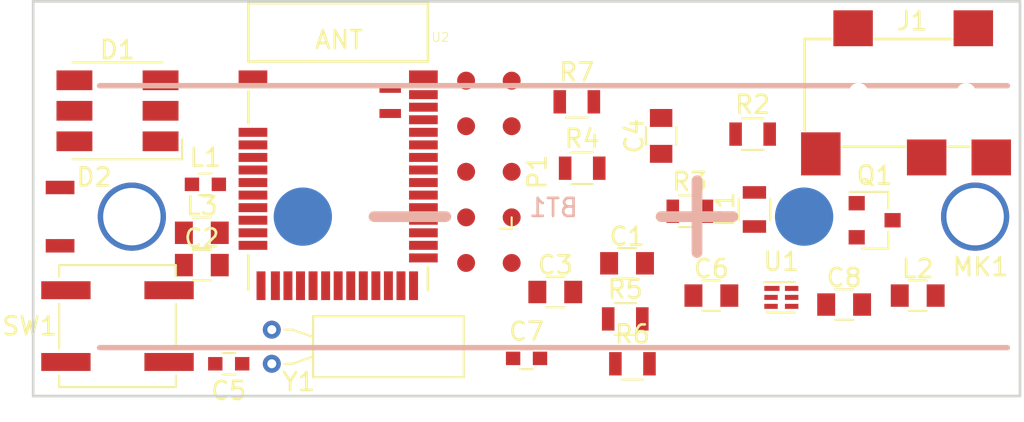
<source format=kicad_pcb>
(kicad_pcb (version 20170922) (host pcbnew no-vcs-found-e5c4cfc~61~ubuntu16.04.1)

  (general
    (thickness 1.6)
    (drawings 4)
    (tracks 0)
    (zones 0)
    (modules 29)
    (nets 48)
  )

  (page A4)
  (layers
    (0 F.Cu signal)
    (31 B.Cu signal)
    (32 B.Adhes user)
    (33 F.Adhes user)
    (34 B.Paste user)
    (35 F.Paste user)
    (36 B.SilkS user)
    (37 F.SilkS user)
    (38 B.Mask user)
    (39 F.Mask user)
    (40 Dwgs.User user)
    (41 Cmts.User user)
    (42 Eco1.User user)
    (43 Eco2.User user)
    (44 Edge.Cuts user)
    (45 Margin user)
    (46 B.CrtYd user)
    (47 F.CrtYd user)
    (48 B.Fab user)
    (49 F.Fab user hide)
  )

  (setup
    (last_trace_width 0.2)
    (trace_clearance 0.2)
    (zone_clearance 0.508)
    (zone_45_only no)
    (trace_min 0.2)
    (segment_width 0.2)
    (edge_width 0.15)
    (via_size 0.65)
    (via_drill 0.25)
    (via_min_size 0.65)
    (via_min_drill 0.25)
    (uvia_size 0.3)
    (uvia_drill 0.1)
    (uvias_allowed no)
    (uvia_min_size 0.2)
    (uvia_min_drill 0.1)
    (pcb_text_width 0.3)
    (pcb_text_size 1.5 1.5)
    (mod_edge_width 0.15)
    (mod_text_size 1 1)
    (mod_text_width 0.15)
    (pad_size 1.524 1.524)
    (pad_drill 0.762)
    (pad_to_mask_clearance 0.2)
    (aux_axis_origin 0 0)
    (visible_elements FFFFFF7F)
    (pcbplotparams
      (layerselection 0x010fc_ffffffff)
      (usegerberextensions false)
      (usegerberattributes true)
      (usegerberadvancedattributes true)
      (creategerberjobfile true)
      (excludeedgelayer true)
      (linewidth 0.100000)
      (plotframeref false)
      (viasonmask false)
      (mode 1)
      (useauxorigin false)
      (hpglpennumber 1)
      (hpglpenspeed 20)
      (hpglpendiameter 15)
      (psnegative false)
      (psa4output false)
      (plotreference true)
      (plotvalue true)
      (plotinvisibletext false)
      (padsonsilk false)
      (subtractmaskfromsilk false)
      (outputformat 1)
      (mirror false)
      (drillshape 1)
      (scaleselection 1)
      (outputdirectory ""))
  )

  (net 0 "")
  (net 1 GND)
  (net 2 /DEC4)
  (net 3 /VBAT)
  (net 4 "Net-(C3-Pad1)")
  (net 5 VDD)
  (net 6 /LFCLK_XL1)
  (net 7 /LFCLK_XL2)
  (net 8 /LED_SENSE)
  (net 9 "Net-(D1-Pad6)")
  (net 10 "Net-(L1-Pad2)")
  (net 11 "Net-(L3-Pad2)")
  (net 12 /REG_MODE)
  (net 13 /BUTTON)
  (net 14 /TX)
  (net 15 /RX)
  (net 16 /SWDIO)
  (net 17 /SWDCLK)
  (net 18 /RESET)
  (net 19 /GPIO1)
  (net 20 /GPIO2)
  (net 21 "Net-(D2-Pad2)")
  (net 22 /LED_RED)
  (net 23 /LED_GREEN)
  (net 24 /LED_BLUE)
  (net 25 "Net-(BT1-Pad1)")
  (net 26 /FOCUS)
  (net 27 /TRIGGER)
  (net 28 /DCC)
  (net 29 "Net-(D2-Pad1)")
  (net 30 /JACK_DETECT)
  (net 31 "Net-(U2-Pad41)")
  (net 32 "Net-(U2-Pad40)")
  (net 33 "Net-(U2-Pad38)")
  (net 34 "Net-(U2-Pad33)")
  (net 35 "Net-(U2-Pad30)")
  (net 36 "Net-(U2-Pad29)")
  (net 37 "Net-(U2-Pad28)")
  (net 38 "Net-(U2-Pad23)")
  (net 39 "Net-(U2-Pad15)")
  (net 40 "Net-(U2-Pad8)")
  (net 41 "Net-(U2-Pad7)")
  (net 42 "Net-(U2-Pad6)")
  (net 43 "Net-(U2-Pad4)")
  (net 44 "Net-(U2-Pad2)")
  (net 45 "Net-(U1-Pad5)")
  (net 46 "Net-(J1-Pad4)")
  (net 47 "Net-(D1-Pad5)")

  (net_class Default "This is the default net class."
    (clearance 0.2)
    (trace_width 0.2)
    (via_dia 0.65)
    (via_drill 0.25)
    (uvia_dia 0.3)
    (uvia_drill 0.1)
    (add_net /BUTTON)
    (add_net /DCC)
    (add_net /DEC4)
    (add_net /FOCUS)
    (add_net /GPIO1)
    (add_net /GPIO2)
    (add_net /JACK_DETECT)
    (add_net /LED_BLUE)
    (add_net /LED_GREEN)
    (add_net /LED_RED)
    (add_net /LED_SENSE)
    (add_net /LFCLK_XL1)
    (add_net /LFCLK_XL2)
    (add_net /REG_MODE)
    (add_net /RESET)
    (add_net /RX)
    (add_net /SWDCLK)
    (add_net /SWDIO)
    (add_net /TRIGGER)
    (add_net /TX)
    (add_net /VBAT)
    (add_net GND)
    (add_net "Net-(BT1-Pad1)")
    (add_net "Net-(C3-Pad1)")
    (add_net "Net-(D1-Pad5)")
    (add_net "Net-(D1-Pad6)")
    (add_net "Net-(D2-Pad1)")
    (add_net "Net-(D2-Pad2)")
    (add_net "Net-(J1-Pad4)")
    (add_net "Net-(L1-Pad2)")
    (add_net "Net-(L3-Pad2)")
    (add_net "Net-(U1-Pad5)")
    (add_net "Net-(U2-Pad15)")
    (add_net "Net-(U2-Pad2)")
    (add_net "Net-(U2-Pad23)")
    (add_net "Net-(U2-Pad28)")
    (add_net "Net-(U2-Pad29)")
    (add_net "Net-(U2-Pad30)")
    (add_net "Net-(U2-Pad33)")
    (add_net "Net-(U2-Pad38)")
    (add_net "Net-(U2-Pad4)")
    (add_net "Net-(U2-Pad40)")
    (add_net "Net-(U2-Pad41)")
    (add_net "Net-(U2-Pad6)")
    (add_net "Net-(U2-Pad7)")
    (add_net "Net-(U2-Pad8)")
    (add_net VDD)
  )

  (module Buttons_Switches_SMD:SW_SPST_B3SL-1002P (layer F.Cu) (tedit 59FB47A0) (tstamp 5A053732)
    (at 75.7 106.1 180)
    (descr "Middle Stroke Tactile Switch, B3SL")
    (tags "Middle Stroke Tactile Switch")
    (path /59F321EA)
    (attr smd)
    (fp_text reference SW1 (at 4.9 0 180) (layer F.SilkS)
      (effects (font (size 1 1) (thickness 0.15)))
    )
    (fp_text value 1825910-6 (at 0 4.75 180) (layer F.Fab)
      (effects (font (size 1 1) (thickness 0.15)))
    )
    (fp_text user %R (at 0 -4.5 180) (layer F.Fab)
      (effects (font (size 1 1) (thickness 0.15)))
    )
    (fp_circle (center 0 0) (end 1.25 0) (layer F.Fab) (width 0.1))
    (fp_line (start -4.5 3.65) (end 4.5 3.65) (layer F.CrtYd) (width 0.05))
    (fp_line (start 4.5 3.65) (end 4.5 -3.65) (layer F.CrtYd) (width 0.05))
    (fp_line (start 4.5 -3.65) (end -4.5 -3.65) (layer F.CrtYd) (width 0.05))
    (fp_line (start -4.5 -3.65) (end -4.5 3.65) (layer F.CrtYd) (width 0.05))
    (fp_line (start 3.25 2.75) (end 3.25 3.4) (layer F.SilkS) (width 0.12))
    (fp_line (start 3.25 3.4) (end -3.25 3.4) (layer F.SilkS) (width 0.12))
    (fp_line (start -3.25 3.4) (end -3.25 2.75) (layer F.SilkS) (width 0.12))
    (fp_line (start 3.25 -2.75) (end 3.25 -3.4) (layer F.SilkS) (width 0.12))
    (fp_line (start 3.25 -3.4) (end -3.25 -3.4) (layer F.SilkS) (width 0.12))
    (fp_line (start -3.25 -3.4) (end -3.25 -2.75) (layer F.SilkS) (width 0.12))
    (fp_line (start 3.25 -1.25) (end 3.25 1.25) (layer F.SilkS) (width 0.12))
    (fp_line (start -3.25 -1.25) (end -3.25 1.25) (layer F.SilkS) (width 0.12))
    (fp_line (start -3.1 -3.25) (end 3.1 -3.25) (layer F.Fab) (width 0.1))
    (fp_line (start 3.1 -3.25) (end 3.1 3.25) (layer F.Fab) (width 0.1))
    (fp_line (start 3.1 3.25) (end -3.1 3.25) (layer F.Fab) (width 0.1))
    (fp_line (start -3.1 3.25) (end -3.1 -3.25) (layer F.Fab) (width 0.1))
    (pad 1 smd rect (at -2.875 -2 180) (size 2.75 1) (layers F.Cu F.Paste F.Mask)
      (net 1 GND))
    (pad 1 smd rect (at 2.875 -2 180) (size 2.75 1) (layers F.Cu F.Paste F.Mask)
      (net 1 GND))
    (pad 2 smd rect (at 2.875 2 180) (size 2.75 1) (layers F.Cu F.Paste F.Mask)
      (net 13 /BUTTON))
    (pad 2 smd rect (at -2.875 2 180) (size 2.75 1) (layers F.Cu F.Paste F.Mask)
      (net 13 /BUTTON))
    (model ${KISYS3DMOD}/Buttons_Switches_SMD.3dshapes/SW_SPST_B3SL-1002P.wrl
      (at (xyz 0 0 0))
      (scale (xyz 1 1 1))
      (rotate (xyz 0 0 0))
    )
  )

  (module Crystals:Crystal_C38-LF_d3.0mm_l8.0mm_Horizontal (layer F.Cu) (tedit 59FB4736) (tstamp 5A0535B8)
    (at 84.3 108.2 90)
    (descr "Crystal THT C38-LF 8.0mm length 3.0mm diameter")
    (tags ['C38-LF'])
    (path /59F3A38A)
    (fp_text reference Y1 (at -1 1.5 180) (layer F.SilkS)
      (effects (font (size 1 1) (thickness 0.15)))
    )
    (fp_text value ECS-3X8X (at 3.97 2.25 180) (layer F.Fab)
      (effects (font (size 1 1) (thickness 0.15)))
    )
    (fp_text user %R (at 1.25 6.5 180) (layer F.Fab)
      (effects (font (size 0.7 0.7) (thickness 0.105)))
    )
    (fp_line (start -0.55 2.5) (end -0.55 10.5) (layer F.Fab) (width 0.1))
    (fp_line (start -0.55 10.5) (end 2.45 10.5) (layer F.Fab) (width 0.1))
    (fp_line (start 2.45 10.5) (end 2.45 2.5) (layer F.Fab) (width 0.1))
    (fp_line (start 2.45 2.5) (end -0.55 2.5) (layer F.Fab) (width 0.1))
    (fp_line (start 0.405 2.5) (end 0 1.25) (layer F.Fab) (width 0.1))
    (fp_line (start 0 1.25) (end 0 0) (layer F.Fab) (width 0.1))
    (fp_line (start 1.495 2.5) (end 1.9 1.25) (layer F.Fab) (width 0.1))
    (fp_line (start 1.9 1.25) (end 1.9 0) (layer F.Fab) (width 0.1))
    (fp_line (start -0.75 2.3) (end -0.75 10.7) (layer F.SilkS) (width 0.12))
    (fp_line (start -0.75 10.7) (end 2.65 10.7) (layer F.SilkS) (width 0.12))
    (fp_line (start 2.65 10.7) (end 2.65 2.3) (layer F.SilkS) (width 0.12))
    (fp_line (start 2.65 2.3) (end -0.75 2.3) (layer F.SilkS) (width 0.12))
    (fp_line (start 0.405 2.3) (end 0 1.15) (layer F.SilkS) (width 0.12))
    (fp_line (start 0 1.15) (end 0 0.7) (layer F.SilkS) (width 0.12))
    (fp_line (start 1.495 2.3) (end 1.9 1.15) (layer F.SilkS) (width 0.12))
    (fp_line (start 1.9 1.15) (end 1.9 0.7) (layer F.SilkS) (width 0.12))
    (fp_line (start -1.3 -0.8) (end -1.3 11.3) (layer F.CrtYd) (width 0.05))
    (fp_line (start -1.3 11.3) (end 3.2 11.3) (layer F.CrtYd) (width 0.05))
    (fp_line (start 3.2 11.3) (end 3.2 -0.8) (layer F.CrtYd) (width 0.05))
    (fp_line (start 3.2 -0.8) (end -1.3 -0.8) (layer F.CrtYd) (width 0.05))
    (pad 1 thru_hole circle (at 0 0 90) (size 1 1) (drill 0.5) (layers *.Cu *.Mask)
      (net 6 /LFCLK_XL1))
    (pad 2 thru_hole circle (at 1.9 0 90) (size 1 1) (drill 0.5) (layers *.Cu *.Mask)
      (net 7 /LFCLK_XL2))
    (model ${KISYS3DMOD}/Crystals.3dshapes/Crystal_C38-LF_d3.0mm_l8.0mm_Horizontal.wrl
      (at (xyz 0 0 0))
      (scale (xyz 0.393701 0.393701 0.393701))
      (rotate (xyz 0 0 0))
    )
  )

  (module LEDs:LED_RGB_5050-6 (layer F.Cu) (tedit 59FC40BD) (tstamp 5A053577)
    (at 75.7 94.1 180)
    (descr http://cdn.sparkfun.com/datasheets/Components/LED/5060BRG4.pdf)
    (tags "RGB LED 5050-6")
    (path /59F31729)
    (attr smd)
    (fp_text reference D1 (at 0 3.4) (layer F.SilkS)
      (effects (font (size 1 1) (thickness 0.15)))
    )
    (fp_text value 5050_RGB_LED (at 0 3.3 180) (layer F.Fab)
      (effects (font (size 1 1) (thickness 0.15)))
    )
    (fp_line (start -2.5 -1.9) (end -1.9 -2.5) (layer F.Fab) (width 0.1))
    (fp_line (start 2.5 -2.5) (end -2.5 -2.5) (layer F.Fab) (width 0.1))
    (fp_line (start 2.5 2.5) (end 2.5 -2.5) (layer F.Fab) (width 0.1))
    (fp_line (start -2.5 2.5) (end 2.5 2.5) (layer F.Fab) (width 0.1))
    (fp_line (start -2.5 -2.5) (end -2.5 2.5) (layer F.Fab) (width 0.1))
    (fp_line (start -3.6 -2.7) (end 2.5 -2.7) (layer F.SilkS) (width 0.12))
    (fp_line (start -3.6 -1.6) (end -3.6 -2.7) (layer F.SilkS) (width 0.12))
    (fp_line (start 2.5 2.7) (end -2.5 2.7) (layer F.SilkS) (width 0.12))
    (fp_line (start 3.65 -2.75) (end -3.65 -2.75) (layer F.CrtYd) (width 0.05))
    (fp_line (start 3.65 2.75) (end 3.65 -2.75) (layer F.CrtYd) (width 0.05))
    (fp_line (start -3.65 2.75) (end 3.65 2.75) (layer F.CrtYd) (width 0.05))
    (fp_line (start -3.65 -2.75) (end -3.65 2.75) (layer F.CrtYd) (width 0.05))
    (fp_text user %R (at 0 0 180) (layer F.Fab)
      (effects (font (size 0.6 0.6) (thickness 0.06)))
    )
    (fp_circle (center 0 0) (end 0 -1.9) (layer F.Fab) (width 0.1))
    (pad 1 smd rect (at -2.4 -1.7 270) (size 1.1 2) (layers F.Cu F.Paste F.Mask)
      (net 1 GND))
    (pad 2 smd rect (at -2.4 0 270) (size 1.1 2) (layers F.Cu F.Paste F.Mask)
      (net 1 GND))
    (pad 3 smd rect (at -2.4 1.7 270) (size 1.1 2) (layers F.Cu F.Paste F.Mask)
      (net 1 GND))
    (pad 4 smd rect (at 2.4 1.7 270) (size 1.1 2) (layers F.Cu F.Paste F.Mask)
      (net 8 /LED_SENSE))
    (pad 5 smd rect (at 2.4 0 270) (size 1.1 2) (layers F.Cu F.Paste F.Mask)
      (net 47 "Net-(D1-Pad5)"))
    (pad 6 smd rect (at 2.4 -1.7 270) (size 1.1 2) (layers F.Cu F.Paste F.Mask)
      (net 9 "Net-(D1-Pad6)"))
    (model ${KISYS3DMOD}/LEDs.3dshapes/LED_RGB_5050-6.wrl
      (at (xyz 0 0 0))
      (scale (xyz 1 1 1))
      (rotate (xyz 0 0 0))
    )
  )

  (module detect_trigger:AA_keystone_206 locked (layer B.Cu) (tedit 59F89ED9) (tstamp 5A0BC036)
    (at 100 100)
    (path /59F31719)
    (fp_text reference BT1 (at 0 -0.5) (layer B.SilkS)
      (effects (font (size 1 1) (thickness 0.15)) (justify mirror))
    )
    (fp_text value "AA battery" (at 0 0.5) (layer B.Fab)
      (effects (font (size 1 1) (thickness 0.15)) (justify mirror))
    )
    (fp_line (start 10 0) (end 6 0) (layer B.SilkS) (width 0.6))
    (fp_line (start 8 2) (end 8 -2) (layer B.SilkS) (width 0.6))
    (fp_line (start -10 0) (end -6 0) (layer B.SilkS) (width 0.6))
    (fp_line (start -25.3 7.3) (end 25.3 7.3) (layer B.SilkS) (width 0.3))
    (fp_line (start 25.3 -7.3) (end -25.3 -7.3) (layer B.SilkS) (width 0.3))
    (pad 2 smd circle (at -13.97 0) (size 3.25 3.25) (layers B.Cu B.Paste B.Mask)
      (net 1 GND))
    (pad 2 thru_hole circle (at -23.5 0) (size 3.8 3.8) (drill 3.2) (layers *.Cu *.Mask)
      (net 1 GND))
    (pad 1 thru_hole circle (at 23.5 0) (size 3.8 3.8) (drill 3.2) (layers *.Cu *.Mask)
      (net 25 "Net-(BT1-Pad1)"))
    (pad 1 smd circle (at 13.97 0) (size 3.25 3.25) (layers B.Cu B.Paste B.Mask)
      (net 25 "Net-(BT1-Pad1)"))
  )

  (module detect_trigger:MountingHole_1.7mm_M1.6 (layer F.Cu) (tedit 59F89CB4) (tstamp 5A0BC024)
    (at 123.8 105.7)
    (descr "Mounting Hole 1.7mm, no annular, M1.6")
    (tags "mounting hole 1.7mm no annular m1.6")
    (path /59F3BD2A)
    (attr virtual)
    (fp_text reference MK1 (at 0 -2.9) (layer F.SilkS)
      (effects (font (size 1 1) (thickness 0.15)))
    )
    (fp_text value Mounting_Hole_PAD (at 0 2.9) (layer F.Fab)
      (effects (font (size 1 1) (thickness 0.15)))
    )
    (fp_text user %R (at 0.3 0) (layer F.Fab)
      (effects (font (size 1 1) (thickness 0.15)))
    )
    (fp_circle (center 0 0) (end 1.4 0) (layer F.CrtYd) (width 0.05))
    (pad "" np_thru_hole circle (at 0 0) (size 1.7 1.7) (drill 1.7) (layers *.Cu *.Mask))
  )

  (module detect_trigger:prog_connect (layer F.Cu) (tedit 59F775C2) (tstamp 5A0BBF88)
    (at 96.4 97.5 90)
    (descr "Tag-Connect programming header; http://www.tag-connect.com/Materials/TC2050-IDC-NL%20Datasheet.pdf")
    (tags "tag connect programming header pogo pins")
    (path /59F3170B)
    (attr virtual)
    (fp_text reference P1 (at 0 2.7 90) (layer F.SilkS)
      (effects (font (size 1 1) (thickness 0.15)))
    )
    (fp_text value CONN_02X05 (at 0 -2.4 90) (layer F.Fab)
      (effects (font (size 1 1) (thickness 0.15)))
    )
    (fp_line (start -3.175 1.27) (end -3.175 0.635) (layer F.SilkS) (width 0.12))
    (fp_line (start -2.54 1.27) (end -3.175 1.27) (layer F.SilkS) (width 0.12))
    (fp_line (start -4.75 2) (end -4.75 -2) (layer F.CrtYd) (width 0.05))
    (fp_line (start 4.75 2) (end -4.75 2) (layer F.CrtYd) (width 0.05))
    (fp_line (start 4.75 -2) (end 4.75 2) (layer F.CrtYd) (width 0.05))
    (fp_line (start -4.75 -2) (end 4.75 -2) (layer F.CrtYd) (width 0.05))
    (fp_text user %R (at 0 0 90) (layer F.Fab)
      (effects (font (size 1 1) (thickness 0.15)))
    )
    (pad "" np_thru_hole circle (at 6 0 90) (size 1 1) (drill 1) (layers *.Cu *.Mask))
    (pad "" np_thru_hole circle (at -6 0 90) (size 0.5 0.5) (drill 0.5) (layers *.Cu *.Mask))
    (pad 1 connect circle (at -5.08 1.27 90) (size 1 1) (layers F.Cu F.Mask)
      (net 14 /TX))
    (pad 3 connect circle (at -2.54 1.27 90) (size 1 1) (layers F.Cu F.Mask)
      (net 16 /SWDIO))
    (pad 5 connect circle (at 0 1.27 90) (size 1 1) (layers F.Cu F.Mask)
      (net 18 /RESET))
    (pad 7 connect circle (at 2.54 1.27 90) (size 1 1) (layers F.Cu F.Mask)
      (net 5 VDD))
    (pad 9 connect circle (at 5.08 1.27 90) (size 1 1) (layers F.Cu F.Mask)
      (net 1 GND))
    (pad 10 connect circle (at 5.08 -1.27 90) (size 1 1) (layers F.Cu F.Mask)
      (net 1 GND))
    (pad 8 connect circle (at 2.54 -1.27 90) (size 1 1) (layers F.Cu F.Mask)
      (net 20 /GPIO2))
    (pad 6 connect circle (at 0 -1.27 90) (size 1 1) (layers F.Cu F.Mask)
      (net 19 /GPIO1))
    (pad 4 connect circle (at -2.54 -1.27 90) (size 1 1) (layers F.Cu F.Mask)
      (net 17 /SWDCLK))
    (pad 2 connect circle (at -5.08 -1.27 90) (size 1 1) (layers F.Cu F.Mask)
      (net 15 /RX))
  )

  (module Resistors_SMD:R_0805 (layer F.Cu) (tedit 58E0A804) (tstamp 5A0B6190)
    (at 101.3 93.6)
    (descr "Resistor SMD 0805, reflow soldering, Vishay (see dcrcw.pdf)")
    (tags "resistor 0805")
    (path /59F31717)
    (attr smd)
    (fp_text reference R7 (at 0 -1.65) (layer F.SilkS)
      (effects (font (size 1 1) (thickness 0.15)))
    )
    (fp_text value 130E (at 0 1.75) (layer F.Fab)
      (effects (font (size 1 1) (thickness 0.15)))
    )
    (fp_text user %R (at 0 0) (layer F.Fab)
      (effects (font (size 0.5 0.5) (thickness 0.075)))
    )
    (fp_line (start -1 0.62) (end -1 -0.62) (layer F.Fab) (width 0.1))
    (fp_line (start 1 0.62) (end -1 0.62) (layer F.Fab) (width 0.1))
    (fp_line (start 1 -0.62) (end 1 0.62) (layer F.Fab) (width 0.1))
    (fp_line (start -1 -0.62) (end 1 -0.62) (layer F.Fab) (width 0.1))
    (fp_line (start 0.6 0.88) (end -0.6 0.88) (layer F.SilkS) (width 0.12))
    (fp_line (start -0.6 -0.88) (end 0.6 -0.88) (layer F.SilkS) (width 0.12))
    (fp_line (start -1.55 -0.9) (end 1.55 -0.9) (layer F.CrtYd) (width 0.05))
    (fp_line (start -1.55 -0.9) (end -1.55 0.9) (layer F.CrtYd) (width 0.05))
    (fp_line (start 1.55 0.9) (end 1.55 -0.9) (layer F.CrtYd) (width 0.05))
    (fp_line (start 1.55 0.9) (end -1.55 0.9) (layer F.CrtYd) (width 0.05))
    (pad 1 smd rect (at -0.95 0) (size 0.7 1.3) (layers F.Cu F.Paste F.Mask)
      (net 5 VDD))
    (pad 2 smd rect (at 0.95 0) (size 0.7 1.3) (layers F.Cu F.Paste F.Mask)
      (net 21 "Net-(D2-Pad2)"))
    (model ${KISYS3DMOD}/Resistors_SMD.3dshapes/R_0805.wrl
      (at (xyz 0 0 0))
      (scale (xyz 1 1 1))
      (rotate (xyz 0 0 0))
    )
  )

  (module detect_trigger:SJ2-35863B1-SMT (layer F.Cu) (tedit 59F8918A) (tstamp 5A0B611F)
    (at 126 93.1 180)
    (path /59F89F0C)
    (fp_text reference J1 (at 6 4 180) (layer F.SilkS)
      (effects (font (size 1 1) (thickness 0.15)))
    )
    (fp_text value SJ2-35863B1 (at 0 -3.2 180) (layer F.Fab)
      (effects (font (size 1 1) (thickness 0.15)))
    )
    (fp_line (start 2.8 -3) (end 4 -3) (layer F.SilkS) (width 0.15))
    (fp_line (start 6.4 -3) (end 9.9 -3) (layer F.SilkS) (width 0.15))
    (fp_line (start 3.8 3) (end 8.1 3) (layer F.SilkS) (width 0.15))
    (fp_line (start 12 3) (end 12 -2.1) (layer F.SilkS) (width 0.15))
    (fp_line (start 10.5 3) (end 12 3) (layer F.SilkS) (width 0.15))
    (pad 1 smd rect (at 2.6 3.6 180) (size 2.2 2) (layers F.Cu F.Paste F.Mask)
      (net 1 GND))
    (pad 2 smd rect (at 9.3 3.6 180) (size 2.2 2) (layers F.Cu F.Paste F.Mask)
      (net 26 /FOCUS))
    (pad 4 smd rect (at 1.6 -3.6 180) (size 2.2 2) (layers F.Cu F.Paste F.Mask)
      (net 46 "Net-(J1-Pad4)"))
    (pad 3 smd rect (at 5.2 -3.6 180) (size 2.2 2) (layers F.Cu F.Paste F.Mask)
      (net 27 /TRIGGER))
    (pad 10 smd rect (at 11.1 -3.4 180) (size 2.2 2.4) (layers F.Cu F.Paste F.Mask)
      (net 30 /JACK_DETECT))
    (pad "" np_thru_hole circle (at 9 0 180) (size 1.1 1.1) (drill 1.1) (layers *.Cu *.Mask))
    (pad "" np_thru_hole circle (at 3 0 180) (size 1.1 1.1) (drill 1.1) (layers *.Cu *.Mask))
  )

  (module Capacitors_SMD:C_0805 (layer F.Cu) (tedit 58AA8463) (tstamp 5AA4DFB0)
    (at 116.2 104.9)
    (descr "Capacitor SMD 0805, reflow soldering, AVX (see smccp.pdf)")
    (tags "capacitor 0805")
    (path /59F31720)
    (attr smd)
    (fp_text reference C8 (at 0 -1.5) (layer F.SilkS)
      (effects (font (size 1 1) (thickness 0.15)))
    )
    (fp_text value 10u (at 0 1.75) (layer F.Fab)
      (effects (font (size 1 1) (thickness 0.15)))
    )
    (fp_text user %R (at 0 -1.5) (layer F.Fab)
      (effects (font (size 1 1) (thickness 0.15)))
    )
    (fp_line (start -1 0.62) (end -1 -0.62) (layer F.Fab) (width 0.1))
    (fp_line (start 1 0.62) (end -1 0.62) (layer F.Fab) (width 0.1))
    (fp_line (start 1 -0.62) (end 1 0.62) (layer F.Fab) (width 0.1))
    (fp_line (start -1 -0.62) (end 1 -0.62) (layer F.Fab) (width 0.1))
    (fp_line (start 0.5 -0.85) (end -0.5 -0.85) (layer F.SilkS) (width 0.12))
    (fp_line (start -0.5 0.85) (end 0.5 0.85) (layer F.SilkS) (width 0.12))
    (fp_line (start -1.75 -0.88) (end 1.75 -0.88) (layer F.CrtYd) (width 0.05))
    (fp_line (start -1.75 -0.88) (end -1.75 0.87) (layer F.CrtYd) (width 0.05))
    (fp_line (start 1.75 0.87) (end 1.75 -0.88) (layer F.CrtYd) (width 0.05))
    (fp_line (start 1.75 0.87) (end -1.75 0.87) (layer F.CrtYd) (width 0.05))
    (pad 1 smd rect (at -1 0) (size 1 1.25) (layers F.Cu F.Paste F.Mask)
      (net 5 VDD))
    (pad 2 smd rect (at 1 0) (size 1 1.25) (layers F.Cu F.Paste F.Mask)
      (net 1 GND))
    (model Capacitors_SMD.3dshapes/C_0805.wrl
      (at (xyz 0 0 0))
      (scale (xyz 1 1 1))
      (rotate (xyz 0 0 0))
    )
  )

  (module Capacitors_SMD:C_0805 (layer F.Cu) (tedit 58AA8463) (tstamp 59FC505E)
    (at 104.1 102.6)
    (descr "Capacitor SMD 0805, reflow soldering, AVX (see smccp.pdf)")
    (tags "capacitor 0805")
    (path /59F31700)
    (attr smd)
    (fp_text reference C1 (at 0 -1.5) (layer F.SilkS)
      (effects (font (size 1 1) (thickness 0.15)))
    )
    (fp_text value 1u (at 0 1.75) (layer F.Fab)
      (effects (font (size 1 1) (thickness 0.15)))
    )
    (fp_text user %R (at 0 -1.5) (layer F.Fab)
      (effects (font (size 1 1) (thickness 0.15)))
    )
    (fp_line (start -1 0.62) (end -1 -0.62) (layer F.Fab) (width 0.1))
    (fp_line (start 1 0.62) (end -1 0.62) (layer F.Fab) (width 0.1))
    (fp_line (start 1 -0.62) (end 1 0.62) (layer F.Fab) (width 0.1))
    (fp_line (start -1 -0.62) (end 1 -0.62) (layer F.Fab) (width 0.1))
    (fp_line (start 0.5 -0.85) (end -0.5 -0.85) (layer F.SilkS) (width 0.12))
    (fp_line (start -0.5 0.85) (end 0.5 0.85) (layer F.SilkS) (width 0.12))
    (fp_line (start -1.75 -0.88) (end 1.75 -0.88) (layer F.CrtYd) (width 0.05))
    (fp_line (start -1.75 -0.88) (end -1.75 0.87) (layer F.CrtYd) (width 0.05))
    (fp_line (start 1.75 0.87) (end 1.75 -0.88) (layer F.CrtYd) (width 0.05))
    (fp_line (start 1.75 0.87) (end -1.75 0.87) (layer F.CrtYd) (width 0.05))
    (pad 1 smd rect (at -1 0) (size 1 1.25) (layers F.Cu F.Paste F.Mask)
      (net 2 /DEC4))
    (pad 2 smd rect (at 1 0) (size 1 1.25) (layers F.Cu F.Paste F.Mask)
      (net 1 GND))
    (model Capacitors_SMD.3dshapes/C_0805.wrl
      (at (xyz 0 0 0))
      (scale (xyz 1 1 1))
      (rotate (xyz 0 0 0))
    )
  )

  (module Capacitors_SMD:C_0805 (layer F.Cu) (tedit 58AA8463) (tstamp 59FC506F)
    (at 80.4 102.7)
    (descr "Capacitor SMD 0805, reflow soldering, AVX (see smccp.pdf)")
    (tags "capacitor 0805")
    (path /59F316FC)
    (attr smd)
    (fp_text reference C2 (at 0 -1.5) (layer F.SilkS)
      (effects (font (size 1 1) (thickness 0.15)))
    )
    (fp_text value 10u (at 0 1.75) (layer F.Fab)
      (effects (font (size 1 1) (thickness 0.15)))
    )
    (fp_text user %R (at 0 -1.5) (layer F.Fab)
      (effects (font (size 1 1) (thickness 0.15)))
    )
    (fp_line (start -1 0.62) (end -1 -0.62) (layer F.Fab) (width 0.1))
    (fp_line (start 1 0.62) (end -1 0.62) (layer F.Fab) (width 0.1))
    (fp_line (start 1 -0.62) (end 1 0.62) (layer F.Fab) (width 0.1))
    (fp_line (start -1 -0.62) (end 1 -0.62) (layer F.Fab) (width 0.1))
    (fp_line (start 0.5 -0.85) (end -0.5 -0.85) (layer F.SilkS) (width 0.12))
    (fp_line (start -0.5 0.85) (end 0.5 0.85) (layer F.SilkS) (width 0.12))
    (fp_line (start -1.75 -0.88) (end 1.75 -0.88) (layer F.CrtYd) (width 0.05))
    (fp_line (start -1.75 -0.88) (end -1.75 0.87) (layer F.CrtYd) (width 0.05))
    (fp_line (start 1.75 0.87) (end 1.75 -0.88) (layer F.CrtYd) (width 0.05))
    (fp_line (start 1.75 0.87) (end -1.75 0.87) (layer F.CrtYd) (width 0.05))
    (pad 1 smd rect (at -1 0) (size 1 1.25) (layers F.Cu F.Paste F.Mask)
      (net 3 /VBAT))
    (pad 2 smd rect (at 1 0) (size 1 1.25) (layers F.Cu F.Paste F.Mask)
      (net 1 GND))
    (model Capacitors_SMD.3dshapes/C_0805.wrl
      (at (xyz 0 0 0))
      (scale (xyz 1 1 1))
      (rotate (xyz 0 0 0))
    )
  )

  (module Capacitors_SMD:C_0805 (layer F.Cu) (tedit 58AA8463) (tstamp 59FC5080)
    (at 100.1 104.2)
    (descr "Capacitor SMD 0805, reflow soldering, AVX (see smccp.pdf)")
    (tags "capacitor 0805")
    (path /59F3171E)
    (attr smd)
    (fp_text reference C3 (at 0 -1.5) (layer F.SilkS)
      (effects (font (size 1 1) (thickness 0.15)))
    )
    (fp_text value 100n (at 0 1.75) (layer F.Fab)
      (effects (font (size 1 1) (thickness 0.15)))
    )
    (fp_line (start 1.75 0.87) (end -1.75 0.87) (layer F.CrtYd) (width 0.05))
    (fp_line (start 1.75 0.87) (end 1.75 -0.88) (layer F.CrtYd) (width 0.05))
    (fp_line (start -1.75 -0.88) (end -1.75 0.87) (layer F.CrtYd) (width 0.05))
    (fp_line (start -1.75 -0.88) (end 1.75 -0.88) (layer F.CrtYd) (width 0.05))
    (fp_line (start -0.5 0.85) (end 0.5 0.85) (layer F.SilkS) (width 0.12))
    (fp_line (start 0.5 -0.85) (end -0.5 -0.85) (layer F.SilkS) (width 0.12))
    (fp_line (start -1 -0.62) (end 1 -0.62) (layer F.Fab) (width 0.1))
    (fp_line (start 1 -0.62) (end 1 0.62) (layer F.Fab) (width 0.1))
    (fp_line (start 1 0.62) (end -1 0.62) (layer F.Fab) (width 0.1))
    (fp_line (start -1 0.62) (end -1 -0.62) (layer F.Fab) (width 0.1))
    (fp_text user %R (at 0 -1.5) (layer F.Fab)
      (effects (font (size 1 1) (thickness 0.15)))
    )
    (pad 2 smd rect (at 1 0) (size 1 1.25) (layers F.Cu F.Paste F.Mask)
      (net 1 GND))
    (pad 1 smd rect (at -1 0) (size 1 1.25) (layers F.Cu F.Paste F.Mask)
      (net 4 "Net-(C3-Pad1)"))
    (model Capacitors_SMD.3dshapes/C_0805.wrl
      (at (xyz 0 0 0))
      (scale (xyz 1 1 1))
      (rotate (xyz 0 0 0))
    )
  )

  (module Capacitors_SMD:C_0805 (layer F.Cu) (tedit 58AA8463) (tstamp 59FC5091)
    (at 106 95.5 90)
    (descr "Capacitor SMD 0805, reflow soldering, AVX (see smccp.pdf)")
    (tags "capacitor 0805")
    (path /59F31704)
    (attr smd)
    (fp_text reference C4 (at 0 -1.5 90) (layer F.SilkS)
      (effects (font (size 1 1) (thickness 0.15)))
    )
    (fp_text value 1u (at 0 1.75 90) (layer F.Fab)
      (effects (font (size 1 1) (thickness 0.15)))
    )
    (fp_text user %R (at 0 -1.5 90) (layer F.Fab)
      (effects (font (size 1 1) (thickness 0.15)))
    )
    (fp_line (start -1 0.62) (end -1 -0.62) (layer F.Fab) (width 0.1))
    (fp_line (start 1 0.62) (end -1 0.62) (layer F.Fab) (width 0.1))
    (fp_line (start 1 -0.62) (end 1 0.62) (layer F.Fab) (width 0.1))
    (fp_line (start -1 -0.62) (end 1 -0.62) (layer F.Fab) (width 0.1))
    (fp_line (start 0.5 -0.85) (end -0.5 -0.85) (layer F.SilkS) (width 0.12))
    (fp_line (start -0.5 0.85) (end 0.5 0.85) (layer F.SilkS) (width 0.12))
    (fp_line (start -1.75 -0.88) (end 1.75 -0.88) (layer F.CrtYd) (width 0.05))
    (fp_line (start -1.75 -0.88) (end -1.75 0.87) (layer F.CrtYd) (width 0.05))
    (fp_line (start 1.75 0.87) (end 1.75 -0.88) (layer F.CrtYd) (width 0.05))
    (fp_line (start 1.75 0.87) (end -1.75 0.87) (layer F.CrtYd) (width 0.05))
    (pad 1 smd rect (at -1 0 90) (size 1 1.25) (layers F.Cu F.Paste F.Mask)
      (net 5 VDD))
    (pad 2 smd rect (at 1 0 90) (size 1 1.25) (layers F.Cu F.Paste F.Mask)
      (net 1 GND))
    (model Capacitors_SMD.3dshapes/C_0805.wrl
      (at (xyz 0 0 0))
      (scale (xyz 1 1 1))
      (rotate (xyz 0 0 0))
    )
  )

  (module Capacitors_SMD:C_0603 (layer F.Cu) (tedit 59958EE7) (tstamp 59FC50A2)
    (at 81.9 108.2 180)
    (descr "Capacitor SMD 0603, reflow soldering, AVX (see smccp.pdf)")
    (tags "capacitor 0603")
    (path /59F31707)
    (attr smd)
    (fp_text reference C5 (at 0 -1.5 180) (layer F.SilkS)
      (effects (font (size 1 1) (thickness 0.15)))
    )
    (fp_text value 8.2p (at 0 1.5 180) (layer F.Fab)
      (effects (font (size 1 1) (thickness 0.15)))
    )
    (fp_text user %R (at 0 0 180) (layer F.Fab)
      (effects (font (size 0.3 0.3) (thickness 0.075)))
    )
    (fp_line (start -0.8 0.4) (end -0.8 -0.4) (layer F.Fab) (width 0.1))
    (fp_line (start 0.8 0.4) (end -0.8 0.4) (layer F.Fab) (width 0.1))
    (fp_line (start 0.8 -0.4) (end 0.8 0.4) (layer F.Fab) (width 0.1))
    (fp_line (start -0.8 -0.4) (end 0.8 -0.4) (layer F.Fab) (width 0.1))
    (fp_line (start -0.35 -0.6) (end 0.35 -0.6) (layer F.SilkS) (width 0.12))
    (fp_line (start 0.35 0.6) (end -0.35 0.6) (layer F.SilkS) (width 0.12))
    (fp_line (start -1.4 -0.65) (end 1.4 -0.65) (layer F.CrtYd) (width 0.05))
    (fp_line (start -1.4 -0.65) (end -1.4 0.65) (layer F.CrtYd) (width 0.05))
    (fp_line (start 1.4 0.65) (end 1.4 -0.65) (layer F.CrtYd) (width 0.05))
    (fp_line (start 1.4 0.65) (end -1.4 0.65) (layer F.CrtYd) (width 0.05))
    (pad 1 smd rect (at -0.75 0 180) (size 0.8 0.75) (layers F.Cu F.Paste F.Mask)
      (net 6 /LFCLK_XL1))
    (pad 2 smd rect (at 0.75 0 180) (size 0.8 0.75) (layers F.Cu F.Paste F.Mask)
      (net 1 GND))
    (model Capacitors_SMD.3dshapes/C_0603.wrl
      (at (xyz 0 0 0))
      (scale (xyz 1 1 1))
      (rotate (xyz 0 0 0))
    )
  )

  (module Capacitors_SMD:C_0805 (layer F.Cu) (tedit 58AA8463) (tstamp 59FC50B3)
    (at 108.8 104.4)
    (descr "Capacitor SMD 0805, reflow soldering, AVX (see smccp.pdf)")
    (tags "capacitor 0805")
    (path /59F316FE)
    (attr smd)
    (fp_text reference C6 (at 0 -1.5) (layer F.SilkS)
      (effects (font (size 1 1) (thickness 0.15)))
    )
    (fp_text value 100n (at 0 1.75) (layer F.Fab)
      (effects (font (size 1 1) (thickness 0.15)))
    )
    (fp_text user %R (at 0 -1.5) (layer F.Fab)
      (effects (font (size 1 1) (thickness 0.15)))
    )
    (fp_line (start -1 0.62) (end -1 -0.62) (layer F.Fab) (width 0.1))
    (fp_line (start 1 0.62) (end -1 0.62) (layer F.Fab) (width 0.1))
    (fp_line (start 1 -0.62) (end 1 0.62) (layer F.Fab) (width 0.1))
    (fp_line (start -1 -0.62) (end 1 -0.62) (layer F.Fab) (width 0.1))
    (fp_line (start 0.5 -0.85) (end -0.5 -0.85) (layer F.SilkS) (width 0.12))
    (fp_line (start -0.5 0.85) (end 0.5 0.85) (layer F.SilkS) (width 0.12))
    (fp_line (start -1.75 -0.88) (end 1.75 -0.88) (layer F.CrtYd) (width 0.05))
    (fp_line (start -1.75 -0.88) (end -1.75 0.87) (layer F.CrtYd) (width 0.05))
    (fp_line (start 1.75 0.87) (end 1.75 -0.88) (layer F.CrtYd) (width 0.05))
    (fp_line (start 1.75 0.87) (end -1.75 0.87) (layer F.CrtYd) (width 0.05))
    (pad 1 smd rect (at -1 0) (size 1 1.25) (layers F.Cu F.Paste F.Mask)
      (net 5 VDD))
    (pad 2 smd rect (at 1 0) (size 1 1.25) (layers F.Cu F.Paste F.Mask)
      (net 1 GND))
    (model Capacitors_SMD.3dshapes/C_0805.wrl
      (at (xyz 0 0 0))
      (scale (xyz 1 1 1))
      (rotate (xyz 0 0 0))
    )
  )

  (module Capacitors_SMD:C_0603 (layer F.Cu) (tedit 59958EE7) (tstamp 59FC50C4)
    (at 98.5 107.9)
    (descr "Capacitor SMD 0603, reflow soldering, AVX (see smccp.pdf)")
    (tags "capacitor 0603")
    (path /59F31708)
    (attr smd)
    (fp_text reference C7 (at 0 -1.5) (layer F.SilkS)
      (effects (font (size 1 1) (thickness 0.15)))
    )
    (fp_text value 8.2p (at 0 1.5) (layer F.Fab)
      (effects (font (size 1 1) (thickness 0.15)))
    )
    (fp_line (start 1.4 0.65) (end -1.4 0.65) (layer F.CrtYd) (width 0.05))
    (fp_line (start 1.4 0.65) (end 1.4 -0.65) (layer F.CrtYd) (width 0.05))
    (fp_line (start -1.4 -0.65) (end -1.4 0.65) (layer F.CrtYd) (width 0.05))
    (fp_line (start -1.4 -0.65) (end 1.4 -0.65) (layer F.CrtYd) (width 0.05))
    (fp_line (start 0.35 0.6) (end -0.35 0.6) (layer F.SilkS) (width 0.12))
    (fp_line (start -0.35 -0.6) (end 0.35 -0.6) (layer F.SilkS) (width 0.12))
    (fp_line (start -0.8 -0.4) (end 0.8 -0.4) (layer F.Fab) (width 0.1))
    (fp_line (start 0.8 -0.4) (end 0.8 0.4) (layer F.Fab) (width 0.1))
    (fp_line (start 0.8 0.4) (end -0.8 0.4) (layer F.Fab) (width 0.1))
    (fp_line (start -0.8 0.4) (end -0.8 -0.4) (layer F.Fab) (width 0.1))
    (fp_text user %R (at 0 0) (layer F.Fab)
      (effects (font (size 0.3 0.3) (thickness 0.075)))
    )
    (pad 2 smd rect (at 0.75 0) (size 0.8 0.75) (layers F.Cu F.Paste F.Mask)
      (net 1 GND))
    (pad 1 smd rect (at -0.75 0) (size 0.8 0.75) (layers F.Cu F.Paste F.Mask)
      (net 7 /LFCLK_XL2))
    (model Capacitors_SMD.3dshapes/C_0603.wrl
      (at (xyz 0 0 0))
      (scale (xyz 1 1 1))
      (rotate (xyz 0 0 0))
    )
  )

  (module Capacitors_SMD:C_0603 (layer F.Cu) (tedit 59958EE7) (tstamp 59FC5137)
    (at 80.6 98.2)
    (descr "Capacitor SMD 0603, reflow soldering, AVX (see smccp.pdf)")
    (tags "capacitor 0603")
    (path /59F31702)
    (attr smd)
    (fp_text reference L1 (at 0 -1.5) (layer F.SilkS)
      (effects (font (size 1 1) (thickness 0.15)))
    )
    (fp_text value 15n (at 0 1.5) (layer F.Fab)
      (effects (font (size 1 1) (thickness 0.15)))
    )
    (fp_line (start 1.4 0.65) (end -1.4 0.65) (layer F.CrtYd) (width 0.05))
    (fp_line (start 1.4 0.65) (end 1.4 -0.65) (layer F.CrtYd) (width 0.05))
    (fp_line (start -1.4 -0.65) (end -1.4 0.65) (layer F.CrtYd) (width 0.05))
    (fp_line (start -1.4 -0.65) (end 1.4 -0.65) (layer F.CrtYd) (width 0.05))
    (fp_line (start 0.35 0.6) (end -0.35 0.6) (layer F.SilkS) (width 0.12))
    (fp_line (start -0.35 -0.6) (end 0.35 -0.6) (layer F.SilkS) (width 0.12))
    (fp_line (start -0.8 -0.4) (end 0.8 -0.4) (layer F.Fab) (width 0.1))
    (fp_line (start 0.8 -0.4) (end 0.8 0.4) (layer F.Fab) (width 0.1))
    (fp_line (start 0.8 0.4) (end -0.8 0.4) (layer F.Fab) (width 0.1))
    (fp_line (start -0.8 0.4) (end -0.8 -0.4) (layer F.Fab) (width 0.1))
    (fp_text user %R (at 0 0) (layer F.Fab)
      (effects (font (size 0.3 0.3) (thickness 0.075)))
    )
    (pad 2 smd rect (at 0.75 0) (size 0.8 0.75) (layers F.Cu F.Paste F.Mask)
      (net 10 "Net-(L1-Pad2)"))
    (pad 1 smd rect (at -0.75 0) (size 0.8 0.75) (layers F.Cu F.Paste F.Mask)
      (net 2 /DEC4))
    (model Capacitors_SMD.3dshapes/C_0603.wrl
      (at (xyz 0 0 0))
      (scale (xyz 1 1 1))
      (rotate (xyz 0 0 0))
    )
  )

  (module Capacitors_SMD:C_0805 (layer F.Cu) (tedit 58AA8463) (tstamp 59FC5148)
    (at 120.3 104.4)
    (descr "Capacitor SMD 0805, reflow soldering, AVX (see smccp.pdf)")
    (tags "capacitor 0805")
    (path /59F31701)
    (attr smd)
    (fp_text reference L2 (at 0 -1.5) (layer F.SilkS)
      (effects (font (size 1 1) (thickness 0.15)))
    )
    (fp_text value 10u (at 0 1.75) (layer F.Fab)
      (effects (font (size 1 1) (thickness 0.15)))
    )
    (fp_line (start 1.75 0.87) (end -1.75 0.87) (layer F.CrtYd) (width 0.05))
    (fp_line (start 1.75 0.87) (end 1.75 -0.88) (layer F.CrtYd) (width 0.05))
    (fp_line (start -1.75 -0.88) (end -1.75 0.87) (layer F.CrtYd) (width 0.05))
    (fp_line (start -1.75 -0.88) (end 1.75 -0.88) (layer F.CrtYd) (width 0.05))
    (fp_line (start -0.5 0.85) (end 0.5 0.85) (layer F.SilkS) (width 0.12))
    (fp_line (start 0.5 -0.85) (end -0.5 -0.85) (layer F.SilkS) (width 0.12))
    (fp_line (start -1 -0.62) (end 1 -0.62) (layer F.Fab) (width 0.1))
    (fp_line (start 1 -0.62) (end 1 0.62) (layer F.Fab) (width 0.1))
    (fp_line (start 1 0.62) (end -1 0.62) (layer F.Fab) (width 0.1))
    (fp_line (start -1 0.62) (end -1 -0.62) (layer F.Fab) (width 0.1))
    (fp_text user %R (at 0 -1.5) (layer F.Fab)
      (effects (font (size 1 1) (thickness 0.15)))
    )
    (pad 2 smd rect (at 1 0) (size 1 1.25) (layers F.Cu F.Paste F.Mask)
      (net 28 /DCC))
    (pad 1 smd rect (at -1 0) (size 1 1.25) (layers F.Cu F.Paste F.Mask)
      (net 10 "Net-(L1-Pad2)"))
    (model Capacitors_SMD.3dshapes/C_0805.wrl
      (at (xyz 0 0 0))
      (scale (xyz 1 1 1))
      (rotate (xyz 0 0 0))
    )
  )

  (module Capacitors_SMD:C_0805 (layer F.Cu) (tedit 58AA8463) (tstamp 59FC5159)
    (at 80.4 100.9)
    (descr "Capacitor SMD 0805, reflow soldering, AVX (see smccp.pdf)")
    (tags "capacitor 0805")
    (path /59F3171C)
    (attr smd)
    (fp_text reference L3 (at 0 -1.5) (layer F.SilkS)
      (effects (font (size 1 1) (thickness 0.15)))
    )
    (fp_text value 4.7u (at 0 1.75) (layer F.Fab)
      (effects (font (size 1 1) (thickness 0.15)))
    )
    (fp_line (start 1.75 0.87) (end -1.75 0.87) (layer F.CrtYd) (width 0.05))
    (fp_line (start 1.75 0.87) (end 1.75 -0.88) (layer F.CrtYd) (width 0.05))
    (fp_line (start -1.75 -0.88) (end -1.75 0.87) (layer F.CrtYd) (width 0.05))
    (fp_line (start -1.75 -0.88) (end 1.75 -0.88) (layer F.CrtYd) (width 0.05))
    (fp_line (start -0.5 0.85) (end 0.5 0.85) (layer F.SilkS) (width 0.12))
    (fp_line (start 0.5 -0.85) (end -0.5 -0.85) (layer F.SilkS) (width 0.12))
    (fp_line (start -1 -0.62) (end 1 -0.62) (layer F.Fab) (width 0.1))
    (fp_line (start 1 -0.62) (end 1 0.62) (layer F.Fab) (width 0.1))
    (fp_line (start 1 0.62) (end -1 0.62) (layer F.Fab) (width 0.1))
    (fp_line (start -1 0.62) (end -1 -0.62) (layer F.Fab) (width 0.1))
    (fp_text user %R (at 0 -1.5) (layer F.Fab)
      (effects (font (size 1 1) (thickness 0.15)))
    )
    (pad 2 smd rect (at 1 0) (size 1 1.25) (layers F.Cu F.Paste F.Mask)
      (net 11 "Net-(L3-Pad2)"))
    (pad 1 smd rect (at -1 0) (size 1 1.25) (layers F.Cu F.Paste F.Mask)
      (net 3 /VBAT))
    (model Capacitors_SMD.3dshapes/C_0805.wrl
      (at (xyz 0 0 0))
      (scale (xyz 1 1 1))
      (rotate (xyz 0 0 0))
    )
  )

  (module Resistors_SMD:R_0805 (layer F.Cu) (tedit 58E0A804) (tstamp 59FC51C0)
    (at 111.2 99.6 90)
    (descr "Resistor SMD 0805, reflow soldering, Vishay (see dcrcw.pdf)")
    (tags "resistor 0805")
    (path /59F3171D)
    (attr smd)
    (fp_text reference R1 (at 0 -1.65 90) (layer F.SilkS)
      (effects (font (size 1 1) (thickness 0.15)))
    )
    (fp_text value 390E (at 0 1.75 90) (layer F.Fab)
      (effects (font (size 1 1) (thickness 0.15)))
    )
    (fp_text user %R (at 0 0 90) (layer F.Fab)
      (effects (font (size 0.5 0.5) (thickness 0.075)))
    )
    (fp_line (start -1 0.62) (end -1 -0.62) (layer F.Fab) (width 0.1))
    (fp_line (start 1 0.62) (end -1 0.62) (layer F.Fab) (width 0.1))
    (fp_line (start 1 -0.62) (end 1 0.62) (layer F.Fab) (width 0.1))
    (fp_line (start -1 -0.62) (end 1 -0.62) (layer F.Fab) (width 0.1))
    (fp_line (start 0.6 0.88) (end -0.6 0.88) (layer F.SilkS) (width 0.12))
    (fp_line (start -0.6 -0.88) (end 0.6 -0.88) (layer F.SilkS) (width 0.12))
    (fp_line (start -1.55 -0.9) (end 1.55 -0.9) (layer F.CrtYd) (width 0.05))
    (fp_line (start -1.55 -0.9) (end -1.55 0.9) (layer F.CrtYd) (width 0.05))
    (fp_line (start 1.55 0.9) (end 1.55 -0.9) (layer F.CrtYd) (width 0.05))
    (fp_line (start 1.55 0.9) (end -1.55 0.9) (layer F.CrtYd) (width 0.05))
    (pad 1 smd rect (at -0.95 0 90) (size 0.7 1.3) (layers F.Cu F.Paste F.Mask)
      (net 3 /VBAT))
    (pad 2 smd rect (at 0.95 0 90) (size 0.7 1.3) (layers F.Cu F.Paste F.Mask)
      (net 4 "Net-(C3-Pad1)"))
    (model ${KISYS3DMOD}/Resistors_SMD.3dshapes/R_0805.wrl
      (at (xyz 0 0 0))
      (scale (xyz 1 1 1))
      (rotate (xyz 0 0 0))
    )
  )

  (module Resistors_SMD:R_0805 (layer F.Cu) (tedit 58E0A804) (tstamp 59FC51D1)
    (at 111.1 95.4)
    (descr "Resistor SMD 0805, reflow soldering, Vishay (see dcrcw.pdf)")
    (tags "resistor 0805")
    (path /59F330CA)
    (attr smd)
    (fp_text reference R2 (at 0 -1.65) (layer F.SilkS)
      (effects (font (size 1 1) (thickness 0.15)))
    )
    (fp_text value 47k (at 0 1.75) (layer F.Fab)
      (effects (font (size 1 1) (thickness 0.15)))
    )
    (fp_line (start 1.55 0.9) (end -1.55 0.9) (layer F.CrtYd) (width 0.05))
    (fp_line (start 1.55 0.9) (end 1.55 -0.9) (layer F.CrtYd) (width 0.05))
    (fp_line (start -1.55 -0.9) (end -1.55 0.9) (layer F.CrtYd) (width 0.05))
    (fp_line (start -1.55 -0.9) (end 1.55 -0.9) (layer F.CrtYd) (width 0.05))
    (fp_line (start -0.6 -0.88) (end 0.6 -0.88) (layer F.SilkS) (width 0.12))
    (fp_line (start 0.6 0.88) (end -0.6 0.88) (layer F.SilkS) (width 0.12))
    (fp_line (start -1 -0.62) (end 1 -0.62) (layer F.Fab) (width 0.1))
    (fp_line (start 1 -0.62) (end 1 0.62) (layer F.Fab) (width 0.1))
    (fp_line (start 1 0.62) (end -1 0.62) (layer F.Fab) (width 0.1))
    (fp_line (start -1 0.62) (end -1 -0.62) (layer F.Fab) (width 0.1))
    (fp_text user %R (at 0 0) (layer F.Fab)
      (effects (font (size 0.5 0.5) (thickness 0.075)))
    )
    (pad 2 smd rect (at 0.95 0) (size 0.7 1.3) (layers F.Cu F.Paste F.Mask)
      (net 1 GND))
    (pad 1 smd rect (at -0.95 0) (size 0.7 1.3) (layers F.Cu F.Paste F.Mask)
      (net 12 /REG_MODE))
    (model ${KISYS3DMOD}/Resistors_SMD.3dshapes/R_0805.wrl
      (at (xyz 0 0 0))
      (scale (xyz 1 1 1))
      (rotate (xyz 0 0 0))
    )
  )

  (module Resistors_SMD:R_0805 (layer F.Cu) (tedit 58E0A804) (tstamp 59FC51E2)
    (at 107.6 99.7)
    (descr "Resistor SMD 0805, reflow soldering, Vishay (see dcrcw.pdf)")
    (tags "resistor 0805")
    (path /59F8D073)
    (attr smd)
    (fp_text reference R3 (at 0 -1.65) (layer F.SilkS)
      (effects (font (size 1 1) (thickness 0.15)))
    )
    (fp_text value 390E (at 0 1.75) (layer F.Fab)
      (effects (font (size 1 1) (thickness 0.15)))
    )
    (fp_text user %R (at 0 0) (layer F.Fab)
      (effects (font (size 0.5 0.5) (thickness 0.075)))
    )
    (fp_line (start -1 0.62) (end -1 -0.62) (layer F.Fab) (width 0.1))
    (fp_line (start 1 0.62) (end -1 0.62) (layer F.Fab) (width 0.1))
    (fp_line (start 1 -0.62) (end 1 0.62) (layer F.Fab) (width 0.1))
    (fp_line (start -1 -0.62) (end 1 -0.62) (layer F.Fab) (width 0.1))
    (fp_line (start 0.6 0.88) (end -0.6 0.88) (layer F.SilkS) (width 0.12))
    (fp_line (start -0.6 -0.88) (end 0.6 -0.88) (layer F.SilkS) (width 0.12))
    (fp_line (start -1.55 -0.9) (end 1.55 -0.9) (layer F.CrtYd) (width 0.05))
    (fp_line (start -1.55 -0.9) (end -1.55 0.9) (layer F.CrtYd) (width 0.05))
    (fp_line (start 1.55 0.9) (end 1.55 -0.9) (layer F.CrtYd) (width 0.05))
    (fp_line (start 1.55 0.9) (end -1.55 0.9) (layer F.CrtYd) (width 0.05))
    (pad 1 smd rect (at -0.95 0) (size 0.7 1.3) (layers F.Cu F.Paste F.Mask)
      (net 5 VDD))
    (pad 2 smd rect (at 0.95 0) (size 0.7 1.3) (layers F.Cu F.Paste F.Mask)
      (net 30 /JACK_DETECT))
    (model ${KISYS3DMOD}/Resistors_SMD.3dshapes/R_0805.wrl
      (at (xyz 0 0 0))
      (scale (xyz 1 1 1))
      (rotate (xyz 0 0 0))
    )
  )

  (module Resistors_SMD:R_0805 (layer F.Cu) (tedit 58E0A804) (tstamp 59FC51F3)
    (at 101.6 97.3)
    (descr "Resistor SMD 0805, reflow soldering, Vishay (see dcrcw.pdf)")
    (tags "resistor 0805")
    (path /59F31713)
    (attr smd)
    (fp_text reference R4 (at 0 -1.65) (layer F.SilkS)
      (effects (font (size 1 1) (thickness 0.15)))
    )
    (fp_text value 82E (at 0 1.75) (layer F.Fab)
      (effects (font (size 1 1) (thickness 0.15)))
    )
    (fp_text user %R (at 0 0) (layer F.Fab)
      (effects (font (size 0.5 0.5) (thickness 0.075)))
    )
    (fp_line (start -1 0.62) (end -1 -0.62) (layer F.Fab) (width 0.1))
    (fp_line (start 1 0.62) (end -1 0.62) (layer F.Fab) (width 0.1))
    (fp_line (start 1 -0.62) (end 1 0.62) (layer F.Fab) (width 0.1))
    (fp_line (start -1 -0.62) (end 1 -0.62) (layer F.Fab) (width 0.1))
    (fp_line (start 0.6 0.88) (end -0.6 0.88) (layer F.SilkS) (width 0.12))
    (fp_line (start -0.6 -0.88) (end 0.6 -0.88) (layer F.SilkS) (width 0.12))
    (fp_line (start -1.55 -0.9) (end 1.55 -0.9) (layer F.CrtYd) (width 0.05))
    (fp_line (start -1.55 -0.9) (end -1.55 0.9) (layer F.CrtYd) (width 0.05))
    (fp_line (start 1.55 0.9) (end 1.55 -0.9) (layer F.CrtYd) (width 0.05))
    (fp_line (start 1.55 0.9) (end -1.55 0.9) (layer F.CrtYd) (width 0.05))
    (pad 1 smd rect (at -0.95 0) (size 0.7 1.3) (layers F.Cu F.Paste F.Mask)
      (net 24 /LED_BLUE))
    (pad 2 smd rect (at 0.95 0) (size 0.7 1.3) (layers F.Cu F.Paste F.Mask)
      (net 9 "Net-(D1-Pad6)"))
    (model ${KISYS3DMOD}/Resistors_SMD.3dshapes/R_0805.wrl
      (at (xyz 0 0 0))
      (scale (xyz 1 1 1))
      (rotate (xyz 0 0 0))
    )
  )

  (module Resistors_SMD:R_0805 (layer F.Cu) (tedit 58E0A804) (tstamp 59FC5204)
    (at 104 105.7)
    (descr "Resistor SMD 0805, reflow soldering, Vishay (see dcrcw.pdf)")
    (tags "resistor 0805")
    (path /59F31714)
    (attr smd)
    (fp_text reference R5 (at 0 -1.65) (layer F.SilkS)
      (effects (font (size 1 1) (thickness 0.15)))
    )
    (fp_text value 68E (at 0 1.75) (layer F.Fab)
      (effects (font (size 1 1) (thickness 0.15)))
    )
    (fp_line (start 1.55 0.9) (end -1.55 0.9) (layer F.CrtYd) (width 0.05))
    (fp_line (start 1.55 0.9) (end 1.55 -0.9) (layer F.CrtYd) (width 0.05))
    (fp_line (start -1.55 -0.9) (end -1.55 0.9) (layer F.CrtYd) (width 0.05))
    (fp_line (start -1.55 -0.9) (end 1.55 -0.9) (layer F.CrtYd) (width 0.05))
    (fp_line (start -0.6 -0.88) (end 0.6 -0.88) (layer F.SilkS) (width 0.12))
    (fp_line (start 0.6 0.88) (end -0.6 0.88) (layer F.SilkS) (width 0.12))
    (fp_line (start -1 -0.62) (end 1 -0.62) (layer F.Fab) (width 0.1))
    (fp_line (start 1 -0.62) (end 1 0.62) (layer F.Fab) (width 0.1))
    (fp_line (start 1 0.62) (end -1 0.62) (layer F.Fab) (width 0.1))
    (fp_line (start -1 0.62) (end -1 -0.62) (layer F.Fab) (width 0.1))
    (fp_text user %R (at 0 0) (layer F.Fab)
      (effects (font (size 0.5 0.5) (thickness 0.075)))
    )
    (pad 2 smd rect (at 0.95 0) (size 0.7 1.3) (layers F.Cu F.Paste F.Mask)
      (net 8 /LED_SENSE))
    (pad 1 smd rect (at -0.95 0) (size 0.7 1.3) (layers F.Cu F.Paste F.Mask)
      (net 23 /LED_GREEN))
    (model ${KISYS3DMOD}/Resistors_SMD.3dshapes/R_0805.wrl
      (at (xyz 0 0 0))
      (scale (xyz 1 1 1))
      (rotate (xyz 0 0 0))
    )
  )

  (module Resistors_SMD:R_0805 (layer F.Cu) (tedit 58E0A804) (tstamp 59FC5215)
    (at 104.4 108.2)
    (descr "Resistor SMD 0805, reflow soldering, Vishay (see dcrcw.pdf)")
    (tags "resistor 0805")
    (path /59F31715)
    (attr smd)
    (fp_text reference R6 (at 0 -1.65) (layer F.SilkS)
      (effects (font (size 1 1) (thickness 0.15)))
    )
    (fp_text value 33E (at 0 1.75) (layer F.Fab)
      (effects (font (size 1 1) (thickness 0.15)))
    )
    (fp_line (start 1.55 0.9) (end -1.55 0.9) (layer F.CrtYd) (width 0.05))
    (fp_line (start 1.55 0.9) (end 1.55 -0.9) (layer F.CrtYd) (width 0.05))
    (fp_line (start -1.55 -0.9) (end -1.55 0.9) (layer F.CrtYd) (width 0.05))
    (fp_line (start -1.55 -0.9) (end 1.55 -0.9) (layer F.CrtYd) (width 0.05))
    (fp_line (start -0.6 -0.88) (end 0.6 -0.88) (layer F.SilkS) (width 0.12))
    (fp_line (start 0.6 0.88) (end -0.6 0.88) (layer F.SilkS) (width 0.12))
    (fp_line (start -1 -0.62) (end 1 -0.62) (layer F.Fab) (width 0.1))
    (fp_line (start 1 -0.62) (end 1 0.62) (layer F.Fab) (width 0.1))
    (fp_line (start 1 0.62) (end -1 0.62) (layer F.Fab) (width 0.1))
    (fp_line (start -1 0.62) (end -1 -0.62) (layer F.Fab) (width 0.1))
    (fp_text user %R (at 0 0) (layer F.Fab)
      (effects (font (size 0.5 0.5) (thickness 0.075)))
    )
    (pad 2 smd rect (at 0.95 0) (size 0.7 1.3) (layers F.Cu F.Paste F.Mask)
      (net 47 "Net-(D1-Pad5)"))
    (pad 1 smd rect (at -0.95 0) (size 0.7 1.3) (layers F.Cu F.Paste F.Mask)
      (net 22 /LED_RED))
    (model ${KISYS3DMOD}/Resistors_SMD.3dshapes/R_0805.wrl
      (at (xyz 0 0 0))
      (scale (xyz 1 1 1))
      (rotate (xyz 0 0 0))
    )
  )

  (module Housings_SON:WSON6_1.5x1.5mm_Pitch0.5mm (layer F.Cu) (tedit 59381028) (tstamp 59FC5245)
    (at 112.7 104.5)
    (descr "WSON6, http://www.ti.com/lit/ds/symlink/tlv702.pdf")
    (tags WSON6_1.5x1.5mm_Pitch0.5mm)
    (path /59F31727)
    (attr smd)
    (fp_text reference U1 (at 0 -2) (layer F.SilkS)
      (effects (font (size 1 1) (thickness 0.15)))
    )
    (fp_text value TPS610986 (at 0 2) (layer F.Fab)
      (effects (font (size 1 1) (thickness 0.15)))
    )
    (fp_text user %R (at 0.005 0) (layer F.Fab)
      (effects (font (size 0.4 0.4) (thickness 0.05)))
    )
    (fp_line (start -0.945 -0.85) (end 0.755 -0.85) (layer F.SilkS) (width 0.12))
    (fp_line (start -0.795 0.85) (end 0.755 0.85) (layer F.SilkS) (width 0.12))
    (fp_line (start -0.495 -0.78) (end -0.775 -0.5) (layer F.Fab) (width 0.1))
    (fp_line (start 0.785 -0.78) (end -0.495 -0.78) (layer F.Fab) (width 0.1))
    (fp_line (start -0.775 -0.5) (end -0.775 0.78) (layer F.Fab) (width 0.1))
    (fp_line (start -0.775 0.78) (end 0.785 0.78) (layer F.Fab) (width 0.1))
    (fp_line (start 0.785 -0.78) (end 0.785 0.78) (layer F.Fab) (width 0.1))
    (fp_line (start 1.2 -1.02) (end 1.2 1.02) (layer F.CrtYd) (width 0.05))
    (fp_line (start 1.2 -1.02) (end -1.2 -1.02) (layer F.CrtYd) (width 0.05))
    (fp_line (start -1.2 1.02) (end 1.2 1.02) (layer F.CrtYd) (width 0.05))
    (fp_line (start -1.2 1.02) (end -1.2 -1.02) (layer F.CrtYd) (width 0.05))
    (pad 1 smd rect (at -0.525 -0.5 270) (size 0.28 0.85) (layers F.Cu F.Paste F.Mask)
      (net 5 VDD))
    (pad 2 smd rect (at -0.575 0 270) (size 0.28 0.75) (layers F.Cu F.Paste F.Mask)
      (net 11 "Net-(L3-Pad2)"))
    (pad 3 smd rect (at -0.575 0.5 270) (size 0.28 0.75) (layers F.Cu F.Paste F.Mask)
      (net 4 "Net-(C3-Pad1)"))
    (pad 4 smd rect (at 0.575 0.5 270) (size 0.28 0.75) (layers F.Cu F.Paste F.Mask)
      (net 12 /REG_MODE))
    (pad 5 smd rect (at 0.575 0 270) (size 0.28 0.75) (layers F.Cu F.Paste F.Mask)
      (net 45 "Net-(U1-Pad5)"))
    (pad 6 smd rect (at 0.575 -0.5 270) (size 0.28 0.75) (layers F.Cu F.Paste F.Mask)
      (net 1 GND))
    (model ${KISYS3DMOD}/Housings_SON.3dshapes/WSON6_1.5x1.5mm_Pitch0.5mm.wrl
      (at (xyz 0.0001968504 0 0))
      (scale (xyz 1 1 1))
      (rotate (xyz 0 0 0))
    )
  )

  (module TO_SOT_Packages_SMD:SOT-23 (layer F.Cu) (tedit 58CE4E7E) (tstamp 5A0568A2)
    (at 117.9 100.2)
    (descr "SOT-23, Standard")
    (tags SOT-23)
    (path /59F3170F)
    (attr smd)
    (fp_text reference Q1 (at 0 -2.5) (layer F.SilkS)
      (effects (font (size 1 1) (thickness 0.15)))
    )
    (fp_text value TSM2301 (at 0 2.5) (layer F.Fab)
      (effects (font (size 1 1) (thickness 0.15)))
    )
    (fp_text user %R (at 0 0 90) (layer F.Fab)
      (effects (font (size 0.5 0.5) (thickness 0.075)))
    )
    (fp_line (start -0.7 -0.95) (end -0.7 1.5) (layer F.Fab) (width 0.1))
    (fp_line (start -0.15 -1.52) (end 0.7 -1.52) (layer F.Fab) (width 0.1))
    (fp_line (start -0.7 -0.95) (end -0.15 -1.52) (layer F.Fab) (width 0.1))
    (fp_line (start 0.7 -1.52) (end 0.7 1.52) (layer F.Fab) (width 0.1))
    (fp_line (start -0.7 1.52) (end 0.7 1.52) (layer F.Fab) (width 0.1))
    (fp_line (start 0.76 1.58) (end 0.76 0.65) (layer F.SilkS) (width 0.12))
    (fp_line (start 0.76 -1.58) (end 0.76 -0.65) (layer F.SilkS) (width 0.12))
    (fp_line (start -1.7 -1.75) (end 1.7 -1.75) (layer F.CrtYd) (width 0.05))
    (fp_line (start 1.7 -1.75) (end 1.7 1.75) (layer F.CrtYd) (width 0.05))
    (fp_line (start 1.7 1.75) (end -1.7 1.75) (layer F.CrtYd) (width 0.05))
    (fp_line (start -1.7 1.75) (end -1.7 -1.75) (layer F.CrtYd) (width 0.05))
    (fp_line (start 0.76 -1.58) (end -1.4 -1.58) (layer F.SilkS) (width 0.12))
    (fp_line (start 0.76 1.58) (end -0.7 1.58) (layer F.SilkS) (width 0.12))
    (pad 1 smd rect (at -1 -0.95) (size 0.9 0.8) (layers F.Cu F.Paste F.Mask)
      (net 25 "Net-(BT1-Pad1)"))
    (pad 2 smd rect (at -1 0.95) (size 0.9 0.8) (layers F.Cu F.Paste F.Mask)
      (net 1 GND))
    (pad 3 smd rect (at 1 0) (size 0.9 0.8) (layers F.Cu F.Paste F.Mask)
      (net 3 /VBAT))
    (model ${KISYS3DMOD}/TO_SOT_Packages_SMD.3dshapes/SOT-23.wrl
      (at (xyz 0 0 0))
      (scale (xyz 1 1 1))
      (rotate (xyz 0 0 0))
    )
  )

  (module detect_trigger:IR26-21C-L110 (layer F.Cu) (tedit 59FC40C2) (tstamp 5A1F6790)
    (at 72.5 100 270)
    (path /59F31712)
    (fp_text reference D2 (at -2.2 -1.9) (layer F.SilkS)
      (effects (font (size 1 1) (thickness 0.15)))
    )
    (fp_text value IR26-21C-L110-TR8 (at 0 -2.667 270) (layer F.Fab)
      (effects (font (size 1 1) (thickness 0.15)))
    )
    (pad "" np_thru_hole circle (at 0 0 270) (size 2.4 2.4) (drill 2.4) (layers *.Cu *.Mask))
    (pad 2 smd rect (at 1.625 0 270) (size 0.75 1.6) (layers F.Cu F.Paste F.Mask)
      (net 21 "Net-(D2-Pad2)"))
    (pad 1 smd rect (at -1.625 0 270) (size 0.75 1.6) (layers F.Cu F.Paste F.Mask)
      (net 29 "Net-(D2-Pad1)"))
  )

  (module detect_trigger:mdbt42Q (layer F.Cu) (tedit 59FC40E9) (tstamp 5A1F67E7)
    (at 88 97.6)
    (path /59F316F8)
    (fp_text reference U2 (at 5.7 -7.6) (layer F.SilkS)
      (effects (font (size 0.5 0.5) (thickness 0.05)))
    )
    (fp_text value MDBT42Q (at 0 -1) (layer F.Fab) hide
      (effects (font (size 1 1) (thickness 0.15)))
    )
    (fp_text user ANT (at 0.05 -7.45) (layer F.SilkS)
      (effects (font (size 1 1) (thickness 0.15)))
    )
    (fp_line (start 5 -6.25) (end -5 -6.25) (layer F.SilkS) (width 0.15))
    (fp_line (start -5 -9.5) (end 5 -9.5) (layer F.SilkS) (width 0.15))
    (fp_line (start -5.0038 -2.8194) (end -5.0038 -4.572) (layer F.SilkS) (width 0.15))
    (fp_line (start -5.0038 -9.4996) (end -5.0038 -6.2484) (layer F.SilkS) (width 0.15))
    (fp_line (start -5.0038 6.477) (end -5.0038 4.5466) (layer F.SilkS) (width 0.15))
    (fp_line (start 5.0038 6.5024) (end 5.0038 5.2324) (layer F.SilkS) (width 0.15))
    (fp_line (start 5.0038 -9.4996) (end 5.0038 -6.2484) (layer F.SilkS) (width 0.15))
    (pad 41 smd rect (at 2.9 -3.35) (size 1.2 0.5) (layers F.Cu F.Paste F.Mask)
      (net 31 "Net-(U2-Pad41)"))
    (pad 40 smd rect (at 2.9 -4.75) (size 1.2 0.5) (layers F.Cu F.Paste F.Mask)
      (net 32 "Net-(U2-Pad40)"))
    (pad 39 smd rect (at 4.75 -5.3) (size 1.6 0.9) (layers F.Cu F.Paste F.Mask)
      (net 1 GND))
    (pad 38 smd rect (at 4.75 -4.4) (size 1.6 0.5) (layers F.Cu F.Paste F.Mask)
      (net 33 "Net-(U2-Pad38)"))
    (pad 37 smd rect (at 4.75 -3.7) (size 1.6 0.5) (layers F.Cu F.Paste F.Mask)
      (net 16 /SWDIO))
    (pad 36 smd rect (at 4.75 -3) (size 1.6 0.5) (layers F.Cu F.Paste F.Mask)
      (net 17 /SWDCLK))
    (pad 35 smd rect (at 4.75 -2.3) (size 1.6 0.5) (layers F.Cu F.Paste F.Mask)
      (net 18 /RESET))
    (pad 34 smd rect (at 4.75 -1.6) (size 1.6 0.5) (layers F.Cu F.Paste F.Mask)
      (net 20 /GPIO2))
    (pad 33 smd rect (at 4.75 -0.9) (size 1.6 0.5) (layers F.Cu F.Paste F.Mask)
      (net 34 "Net-(U2-Pad33)"))
    (pad 32 smd rect (at 4.75 -0.2) (size 1.6 0.5) (layers F.Cu F.Paste F.Mask)
      (net 19 /GPIO1))
    (pad 31 smd rect (at 4.75 0.5) (size 1.6 0.5) (layers F.Cu F.Paste F.Mask)
      (net 14 /TX))
    (pad 30 smd rect (at 4.75 1.2) (size 1.6 0.5) (layers F.Cu F.Paste F.Mask)
      (net 35 "Net-(U2-Pad30)"))
    (pad 29 smd rect (at 4.75 1.9) (size 1.6 0.5) (layers F.Cu F.Paste F.Mask)
      (net 36 "Net-(U2-Pad29)"))
    (pad 28 smd rect (at 4.75 2.6) (size 1.6 0.5) (layers F.Cu F.Paste F.Mask)
      (net 37 "Net-(U2-Pad28)"))
    (pad 27 smd rect (at 4.75 3.3) (size 1.6 0.5) (layers F.Cu F.Paste F.Mask)
      (net 15 /RX))
    (pad 26 smd rect (at 4.75 4) (size 1.6 0.5) (layers F.Cu F.Paste F.Mask)
      (net 13 /BUTTON))
    (pad 25 smd rect (at 4.75 4.7) (size 1.6 0.5) (layers F.Cu F.Paste F.Mask)
      (net 29 "Net-(D2-Pad1)"))
    (pad 24 smd rect (at 4.2 6.25) (size 0.5 1.6) (layers F.Cu F.Paste F.Mask)
      (net 1 GND))
    (pad 23 smd rect (at 3.5 6.25) (size 0.5 1.6) (layers F.Cu F.Paste F.Mask)
      (net 38 "Net-(U2-Pad23)"))
    (pad 22 smd rect (at 2.8 6.25) (size 0.5 1.6) (layers F.Cu F.Paste F.Mask)
      (net 30 /JACK_DETECT))
    (pad 21 smd rect (at 2.1 6.25) (size 0.5 1.6) (layers F.Cu F.Paste F.Mask)
      (net 26 /FOCUS))
    (pad 20 smd rect (at 1.4 6.25) (size 0.5 1.6) (layers F.Cu F.Paste F.Mask)
      (net 27 /TRIGGER))
    (pad 19 smd rect (at 0.7 6.25) (size 0.5 1.6) (layers F.Cu F.Paste F.Mask)
      (net 23 /LED_GREEN))
    (pad 18 smd rect (at 0 6.25) (size 0.5 1.6) (layers F.Cu F.Paste F.Mask)
      (net 8 /LED_SENSE))
    (pad 17 smd rect (at -0.7 6.25) (size 0.5 1.6) (layers F.Cu F.Paste F.Mask)
      (net 24 /LED_BLUE))
    (pad 16 smd rect (at -1.4 6.25) (size 0.5 1.6) (layers F.Cu F.Paste F.Mask)
      (net 22 /LED_RED))
    (pad 15 smd rect (at -2.1 6.25) (size 0.5 1.6) (layers F.Cu F.Paste F.Mask)
      (net 39 "Net-(U2-Pad15)"))
    (pad 14 smd rect (at -2.8 6.25) (size 0.5 1.6) (layers F.Cu F.Paste F.Mask)
      (net 7 /LFCLK_XL2))
    (pad 13 smd rect (at -3.5 6.25) (size 0.5 1.6) (layers F.Cu F.Paste F.Mask)
      (net 6 /LFCLK_XL1))
    (pad 11 smd rect (at -4.75 4) (size 1.6 0.5) (layers F.Cu F.Paste F.Mask)
      (net 5 VDD))
    (pad 10 smd rect (at -4.75 3.3) (size 1.6 0.5) (layers F.Cu F.Paste F.Mask)
      (net 28 /DCC))
    (pad 9 smd rect (at -4.75 2.6) (size 1.6 0.5) (layers F.Cu F.Paste F.Mask)
      (net 2 /DEC4))
    (pad 8 smd rect (at -4.75 1.9) (size 1.6 0.5) (layers F.Cu F.Paste F.Mask)
      (net 40 "Net-(U2-Pad8)"))
    (pad 7 smd rect (at -4.75 1.2) (size 1.6 0.5) (layers F.Cu F.Paste F.Mask)
      (net 41 "Net-(U2-Pad7)"))
    (pad 6 smd rect (at -4.75 0.5) (size 1.6 0.5) (layers F.Cu F.Paste F.Mask)
      (net 42 "Net-(U2-Pad6)"))
    (pad 5 smd rect (at -4.75 -0.2) (size 1.6 0.5) (layers F.Cu F.Paste F.Mask)
      (net 3 /VBAT))
    (pad 4 smd rect (at -4.75 -0.9) (size 1.6 0.5) (layers F.Cu F.Paste F.Mask)
      (net 43 "Net-(U2-Pad4)"))
    (pad 3 smd rect (at -4.75 -1.6) (size 1.6 0.5) (layers F.Cu F.Paste F.Mask)
      (net 12 /REG_MODE))
    (pad 1 smd rect (at -4.75 -5.3) (size 1.6 0.9) (layers F.Cu F.Paste F.Mask)
      (net 1 GND))
    (pad 2 smd rect (at -4.75 -2.3) (size 1.6 0.5) (layers F.Cu F.Paste F.Mask)
      (net 44 "Net-(U2-Pad2)"))
    (pad 12 smd rect (at -4.3 6.25) (size 0.5 1.6) (layers F.Cu F.Paste F.Mask)
      (net 1 GND))
  )

  (gr_line (start 71 110) (end 71 88) (angle 90) (layer Edge.Cuts) (width 0.15))
  (gr_line (start 126 110) (end 71 110) (angle 90) (layer Edge.Cuts) (width 0.15))
  (gr_line (start 126 88) (end 126 110) (angle 90) (layer Edge.Cuts) (width 0.15))
  (gr_line (start 126 88) (end 71 88) (angle 90) (layer Edge.Cuts) (width 0.15))

)

</source>
